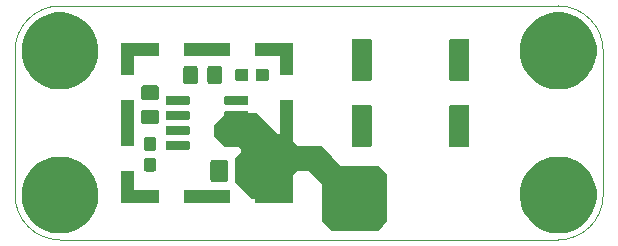
<source format=gts>
G04 #@! TF.GenerationSoftware,KiCad,Pcbnew,5.1.4*
G04 #@! TF.CreationDate,2019-09-17T23:22:18+02:00*
G04 #@! TF.ProjectId,Tunnelling-Amp,54756e6e-656c-46c6-996e-672d416d702e,rev?*
G04 #@! TF.SameCoordinates,Original*
G04 #@! TF.FileFunction,Soldermask,Top*
G04 #@! TF.FilePolarity,Negative*
%FSLAX46Y46*%
G04 Gerber Fmt 4.6, Leading zero omitted, Abs format (unit mm)*
G04 Created by KiCad (PCBNEW 5.1.4) date 2019-09-17 23:22:18*
%MOMM*%
%LPD*%
G04 APERTURE LIST*
%ADD10C,0.400000*%
%ADD11C,0.050000*%
%ADD12C,0.150000*%
G04 APERTURE END LIST*
D10*
G36*
X109606000Y-126258000D02*
G01*
X110241000Y-126258000D01*
X111257000Y-127274000D01*
X113289000Y-127274000D01*
X114940000Y-128925000D01*
X118115000Y-128925000D01*
X118750000Y-129560000D01*
X118750000Y-133370000D01*
X118115000Y-134005000D01*
X114305000Y-134005000D01*
X113670000Y-133370000D01*
X113670000Y-130195000D01*
X112400000Y-128925000D01*
X111257000Y-128925000D01*
X110495000Y-129687000D01*
X110495000Y-131338000D01*
X107574000Y-131338000D01*
X106304000Y-130068000D01*
X106304000Y-128163000D01*
X106812000Y-127655000D01*
X106812000Y-127274000D01*
X106431000Y-126893000D01*
X105288000Y-126893000D01*
X104526000Y-126131000D01*
X104526000Y-125369000D01*
X105415000Y-124480000D01*
X107828000Y-124480000D01*
X109606000Y-126258000D01*
G37*
X109606000Y-126258000D02*
X110241000Y-126258000D01*
X111257000Y-127274000D01*
X113289000Y-127274000D01*
X114940000Y-128925000D01*
X118115000Y-128925000D01*
X118750000Y-129560000D01*
X118750000Y-133370000D01*
X118115000Y-134005000D01*
X114305000Y-134005000D01*
X113670000Y-133370000D01*
X113670000Y-130195000D01*
X112400000Y-128925000D01*
X111257000Y-128925000D01*
X110495000Y-129687000D01*
X110495000Y-131338000D01*
X107574000Y-131338000D01*
X106304000Y-130068000D01*
X106304000Y-128163000D01*
X106812000Y-127655000D01*
X106812000Y-127274000D01*
X106431000Y-126893000D01*
X105288000Y-126893000D01*
X104526000Y-126131000D01*
X104526000Y-125369000D01*
X105415000Y-124480000D01*
X107828000Y-124480000D01*
X109606000Y-126258000D01*
D11*
X137300000Y-131215000D02*
X137300000Y-119115000D01*
X91300000Y-135015000D02*
X133500000Y-135015000D01*
X87500000Y-119015000D02*
X87500000Y-131215000D01*
X133500000Y-115213684D02*
X91300000Y-115215000D01*
X137300000Y-131215000D02*
G75*
G02X133500000Y-135015000I-3800000J0D01*
G01*
X133500000Y-115213684D02*
G75*
G02X137300000Y-119115000I0J-3801316D01*
G01*
X87500000Y-119015000D02*
G75*
G02X91300000Y-115215000I3800000J0D01*
G01*
X91300000Y-135015000D02*
G75*
G02X87500000Y-131215000I0J3800000D01*
G01*
D12*
G36*
X134134239Y-128026467D02*
G01*
X134448282Y-128088934D01*
X135039926Y-128334001D01*
X135329523Y-128527504D01*
X135572391Y-128689783D01*
X136025217Y-129142609D01*
X136062701Y-129198708D01*
X136380999Y-129675074D01*
X136626066Y-130266718D01*
X136626066Y-130266719D01*
X136751000Y-130894803D01*
X136751000Y-131535197D01*
X136688533Y-131849239D01*
X136626066Y-132163282D01*
X136380999Y-132754926D01*
X136025216Y-133287392D01*
X135572392Y-133740216D01*
X135039926Y-134095999D01*
X134448282Y-134341066D01*
X134134239Y-134403533D01*
X133820197Y-134466000D01*
X133179803Y-134466000D01*
X132865761Y-134403533D01*
X132551718Y-134341066D01*
X131960074Y-134095999D01*
X131427608Y-133740216D01*
X130974784Y-133287392D01*
X130619001Y-132754926D01*
X130373934Y-132163282D01*
X130311467Y-131849239D01*
X130249000Y-131535197D01*
X130249000Y-130894803D01*
X130373934Y-130266719D01*
X130373934Y-130266718D01*
X130619001Y-129675074D01*
X130937299Y-129198708D01*
X130974783Y-129142609D01*
X131427609Y-128689783D01*
X131670477Y-128527504D01*
X131960074Y-128334001D01*
X132551718Y-128088934D01*
X132865761Y-128026467D01*
X133179803Y-127964000D01*
X133820197Y-127964000D01*
X134134239Y-128026467D01*
X134134239Y-128026467D01*
G37*
G36*
X91934239Y-128026467D02*
G01*
X92248282Y-128088934D01*
X92839926Y-128334001D01*
X93129523Y-128527504D01*
X93372391Y-128689783D01*
X93825217Y-129142609D01*
X93862701Y-129198708D01*
X94180999Y-129675074D01*
X94426066Y-130266718D01*
X94426066Y-130266719D01*
X94551000Y-130894803D01*
X94551000Y-131535197D01*
X94488533Y-131849239D01*
X94426066Y-132163282D01*
X94180999Y-132754926D01*
X93825216Y-133287392D01*
X93372392Y-133740216D01*
X92839926Y-134095999D01*
X92248282Y-134341066D01*
X91934239Y-134403533D01*
X91620197Y-134466000D01*
X90979803Y-134466000D01*
X90665761Y-134403533D01*
X90351718Y-134341066D01*
X89760074Y-134095999D01*
X89227608Y-133740216D01*
X88774784Y-133287392D01*
X88419001Y-132754926D01*
X88173934Y-132163282D01*
X88111467Y-131849239D01*
X88049000Y-131535197D01*
X88049000Y-130894803D01*
X88173934Y-130266719D01*
X88173934Y-130266718D01*
X88419001Y-129675074D01*
X88737299Y-129198708D01*
X88774783Y-129142609D01*
X89227609Y-128689783D01*
X89470477Y-128527504D01*
X89760074Y-128334001D01*
X90351718Y-128088934D01*
X90665761Y-128026467D01*
X90979803Y-127964000D01*
X91620197Y-127964000D01*
X91934239Y-128026467D01*
X91934239Y-128026467D01*
G37*
G36*
X117511000Y-132766000D02*
G01*
X114909000Y-132766000D01*
X114909000Y-130164000D01*
X117511000Y-130164000D01*
X117511000Y-132766000D01*
X117511000Y-132766000D01*
G37*
G36*
X111037000Y-131916000D02*
G01*
X107805000Y-131916000D01*
X107805000Y-130814000D01*
X109810001Y-130814000D01*
X109834387Y-130811598D01*
X109857836Y-130804485D01*
X109879447Y-130792934D01*
X109898389Y-130777389D01*
X109913934Y-130758447D01*
X109925485Y-130736836D01*
X109932598Y-130713387D01*
X109935000Y-130689001D01*
X109935000Y-129164000D01*
X111037000Y-129164000D01*
X111037000Y-131916000D01*
X111037000Y-131916000D01*
G37*
G36*
X97577000Y-130689001D02*
G01*
X97579402Y-130713387D01*
X97586515Y-130736836D01*
X97598066Y-130758447D01*
X97613611Y-130777389D01*
X97632553Y-130792934D01*
X97654164Y-130804485D01*
X97677613Y-130811598D01*
X97701999Y-130814000D01*
X99707000Y-130814000D01*
X99707000Y-131916000D01*
X96475000Y-131916000D01*
X96475000Y-129164000D01*
X97577000Y-129164000D01*
X97577000Y-130689001D01*
X97577000Y-130689001D01*
G37*
G36*
X105707000Y-131916000D02*
G01*
X101805000Y-131916000D01*
X101805000Y-130814000D01*
X105707000Y-130814000D01*
X105707000Y-131916000D01*
X105707000Y-131916000D01*
G37*
G36*
X108396562Y-128257181D02*
G01*
X108431481Y-128267774D01*
X108463663Y-128284976D01*
X108491873Y-128308127D01*
X108515024Y-128336337D01*
X108532226Y-128368519D01*
X108542819Y-128403438D01*
X108547000Y-128445895D01*
X108547000Y-129912105D01*
X108542819Y-129954562D01*
X108532226Y-129989481D01*
X108515024Y-130021663D01*
X108491873Y-130049873D01*
X108463663Y-130073024D01*
X108431481Y-130090226D01*
X108396562Y-130100819D01*
X108354105Y-130105000D01*
X107212895Y-130105000D01*
X107170438Y-130100819D01*
X107135519Y-130090226D01*
X107103337Y-130073024D01*
X107075127Y-130049873D01*
X107051976Y-130021663D01*
X107034774Y-129989481D01*
X107024181Y-129954562D01*
X107020000Y-129912105D01*
X107020000Y-128445895D01*
X107024181Y-128403438D01*
X107034774Y-128368519D01*
X107051976Y-128336337D01*
X107075127Y-128308127D01*
X107103337Y-128284976D01*
X107135519Y-128267774D01*
X107170438Y-128257181D01*
X107212895Y-128253000D01*
X108354105Y-128253000D01*
X108396562Y-128257181D01*
X108396562Y-128257181D01*
G37*
G36*
X105421562Y-128257181D02*
G01*
X105456481Y-128267774D01*
X105488663Y-128284976D01*
X105516873Y-128308127D01*
X105540024Y-128336337D01*
X105557226Y-128368519D01*
X105567819Y-128403438D01*
X105572000Y-128445895D01*
X105572000Y-129912105D01*
X105567819Y-129954562D01*
X105557226Y-129989481D01*
X105540024Y-130021663D01*
X105516873Y-130049873D01*
X105488663Y-130073024D01*
X105456481Y-130090226D01*
X105421562Y-130100819D01*
X105379105Y-130105000D01*
X104237895Y-130105000D01*
X104195438Y-130100819D01*
X104160519Y-130090226D01*
X104128337Y-130073024D01*
X104100127Y-130049873D01*
X104076976Y-130021663D01*
X104059774Y-129989481D01*
X104049181Y-129954562D01*
X104045000Y-129912105D01*
X104045000Y-128445895D01*
X104049181Y-128403438D01*
X104059774Y-128368519D01*
X104076976Y-128336337D01*
X104100127Y-128308127D01*
X104128337Y-128284976D01*
X104160519Y-128267774D01*
X104195438Y-128257181D01*
X104237895Y-128253000D01*
X105379105Y-128253000D01*
X105421562Y-128257181D01*
X105421562Y-128257181D01*
G37*
G36*
X99294499Y-128085445D02*
G01*
X99331995Y-128096820D01*
X99366554Y-128115292D01*
X99396847Y-128140153D01*
X99421708Y-128170446D01*
X99440180Y-128205005D01*
X99451555Y-128242501D01*
X99456000Y-128287638D01*
X99456000Y-129026362D01*
X99451555Y-129071499D01*
X99440180Y-129108995D01*
X99421708Y-129143554D01*
X99396847Y-129173847D01*
X99366554Y-129198708D01*
X99331995Y-129217180D01*
X99294499Y-129228555D01*
X99249362Y-129233000D01*
X98610638Y-129233000D01*
X98565501Y-129228555D01*
X98528005Y-129217180D01*
X98493446Y-129198708D01*
X98463153Y-129173847D01*
X98438292Y-129143554D01*
X98419820Y-129108995D01*
X98408445Y-129071499D01*
X98404000Y-129026362D01*
X98404000Y-128287638D01*
X98408445Y-128242501D01*
X98419820Y-128205005D01*
X98438292Y-128170446D01*
X98463153Y-128140153D01*
X98493446Y-128115292D01*
X98528005Y-128096820D01*
X98565501Y-128085445D01*
X98610638Y-128081000D01*
X99249362Y-128081000D01*
X99294499Y-128085445D01*
X99294499Y-128085445D01*
G37*
G36*
X99294499Y-126335445D02*
G01*
X99331995Y-126346820D01*
X99366554Y-126365292D01*
X99396847Y-126390153D01*
X99421708Y-126420446D01*
X99440180Y-126455005D01*
X99451555Y-126492501D01*
X99456000Y-126537638D01*
X99456000Y-127276362D01*
X99451555Y-127321499D01*
X99440180Y-127358995D01*
X99421708Y-127393554D01*
X99396847Y-127423847D01*
X99366554Y-127448708D01*
X99331995Y-127467180D01*
X99294499Y-127478555D01*
X99249362Y-127483000D01*
X98610638Y-127483000D01*
X98565501Y-127478555D01*
X98528005Y-127467180D01*
X98493446Y-127448708D01*
X98463153Y-127423847D01*
X98438292Y-127393554D01*
X98419820Y-127358995D01*
X98408445Y-127321499D01*
X98404000Y-127276362D01*
X98404000Y-126537638D01*
X98408445Y-126492501D01*
X98419820Y-126455005D01*
X98438292Y-126420446D01*
X98463153Y-126390153D01*
X98493446Y-126365292D01*
X98528005Y-126346820D01*
X98565501Y-126335445D01*
X98610638Y-126331000D01*
X99249362Y-126331000D01*
X99294499Y-126335445D01*
X99294499Y-126335445D01*
G37*
G36*
X102215928Y-126671764D02*
G01*
X102237009Y-126678160D01*
X102256445Y-126688548D01*
X102273476Y-126702524D01*
X102287452Y-126719555D01*
X102297840Y-126738991D01*
X102304236Y-126760072D01*
X102307000Y-126788140D01*
X102307000Y-127251860D01*
X102304236Y-127279928D01*
X102297840Y-127301009D01*
X102287452Y-127320445D01*
X102273476Y-127337476D01*
X102256445Y-127351452D01*
X102237009Y-127361840D01*
X102215928Y-127368236D01*
X102187860Y-127371000D01*
X100374140Y-127371000D01*
X100346072Y-127368236D01*
X100324991Y-127361840D01*
X100305555Y-127351452D01*
X100288524Y-127337476D01*
X100274548Y-127320445D01*
X100264160Y-127301009D01*
X100257764Y-127279928D01*
X100255000Y-127251860D01*
X100255000Y-126788140D01*
X100257764Y-126760072D01*
X100264160Y-126738991D01*
X100274548Y-126719555D01*
X100288524Y-126702524D01*
X100305555Y-126688548D01*
X100324991Y-126678160D01*
X100346072Y-126671764D01*
X100374140Y-126669000D01*
X102187860Y-126669000D01*
X102215928Y-126671764D01*
X102215928Y-126671764D01*
G37*
G36*
X125805997Y-123578051D02*
G01*
X125839652Y-123588261D01*
X125870665Y-123604838D01*
X125897851Y-123627149D01*
X125920162Y-123654335D01*
X125936739Y-123685348D01*
X125946949Y-123719003D01*
X125951000Y-123760138D01*
X125951000Y-126989862D01*
X125946949Y-127030997D01*
X125936739Y-127064652D01*
X125920162Y-127095665D01*
X125897851Y-127122851D01*
X125870665Y-127145162D01*
X125839652Y-127161739D01*
X125805997Y-127171949D01*
X125764862Y-127176000D01*
X124435138Y-127176000D01*
X124394003Y-127171949D01*
X124360348Y-127161739D01*
X124329335Y-127145162D01*
X124302149Y-127122851D01*
X124279838Y-127095665D01*
X124263261Y-127064652D01*
X124253051Y-127030997D01*
X124249000Y-126989862D01*
X124249000Y-123760138D01*
X124253051Y-123719003D01*
X124263261Y-123685348D01*
X124279838Y-123654335D01*
X124302149Y-123627149D01*
X124329335Y-123604838D01*
X124360348Y-123588261D01*
X124394003Y-123578051D01*
X124435138Y-123574000D01*
X125764862Y-123574000D01*
X125805997Y-123578051D01*
X125805997Y-123578051D01*
G37*
G36*
X117550997Y-123578051D02*
G01*
X117584652Y-123588261D01*
X117615665Y-123604838D01*
X117642851Y-123627149D01*
X117665162Y-123654335D01*
X117681739Y-123685348D01*
X117691949Y-123719003D01*
X117696000Y-123760138D01*
X117696000Y-126989862D01*
X117691949Y-127030997D01*
X117681739Y-127064652D01*
X117665162Y-127095665D01*
X117642851Y-127122851D01*
X117615665Y-127145162D01*
X117584652Y-127161739D01*
X117550997Y-127171949D01*
X117509862Y-127176000D01*
X116180138Y-127176000D01*
X116139003Y-127171949D01*
X116105348Y-127161739D01*
X116074335Y-127145162D01*
X116047149Y-127122851D01*
X116024838Y-127095665D01*
X116008261Y-127064652D01*
X115998051Y-127030997D01*
X115994000Y-126989862D01*
X115994000Y-123760138D01*
X115998051Y-123719003D01*
X116008261Y-123685348D01*
X116024838Y-123654335D01*
X116047149Y-123627149D01*
X116074335Y-123604838D01*
X116105348Y-123588261D01*
X116139003Y-123578051D01*
X116180138Y-123574000D01*
X117509862Y-123574000D01*
X117550997Y-123578051D01*
X117550997Y-123578051D01*
G37*
G36*
X97577000Y-127066000D02*
G01*
X96475000Y-127066000D01*
X96475000Y-123164000D01*
X97577000Y-123164000D01*
X97577000Y-127066000D01*
X97577000Y-127066000D01*
G37*
G36*
X111037000Y-127066000D02*
G01*
X109935000Y-127066000D01*
X109935000Y-123164000D01*
X111037000Y-123164000D01*
X111037000Y-127066000D01*
X111037000Y-127066000D01*
G37*
G36*
X102215928Y-125401764D02*
G01*
X102237009Y-125408160D01*
X102256445Y-125418548D01*
X102273476Y-125432524D01*
X102287452Y-125449555D01*
X102297840Y-125468991D01*
X102304236Y-125490072D01*
X102307000Y-125518140D01*
X102307000Y-125981860D01*
X102304236Y-126009928D01*
X102297840Y-126031009D01*
X102287452Y-126050445D01*
X102273476Y-126067476D01*
X102256445Y-126081452D01*
X102237009Y-126091840D01*
X102215928Y-126098236D01*
X102187860Y-126101000D01*
X100374140Y-126101000D01*
X100346072Y-126098236D01*
X100324991Y-126091840D01*
X100305555Y-126081452D01*
X100288524Y-126067476D01*
X100274548Y-126050445D01*
X100264160Y-126031009D01*
X100257764Y-126009928D01*
X100255000Y-125981860D01*
X100255000Y-125518140D01*
X100257764Y-125490072D01*
X100264160Y-125468991D01*
X100274548Y-125449555D01*
X100288524Y-125432524D01*
X100305555Y-125418548D01*
X100324991Y-125408160D01*
X100346072Y-125401764D01*
X100374140Y-125399000D01*
X102187860Y-125399000D01*
X102215928Y-125401764D01*
X102215928Y-125401764D01*
G37*
G36*
X107165928Y-125401764D02*
G01*
X107187009Y-125408160D01*
X107206445Y-125418548D01*
X107223476Y-125432524D01*
X107237452Y-125449555D01*
X107247840Y-125468991D01*
X107254236Y-125490072D01*
X107257000Y-125518140D01*
X107257000Y-125981860D01*
X107254236Y-126009928D01*
X107247840Y-126031009D01*
X107237452Y-126050445D01*
X107223476Y-126067476D01*
X107206445Y-126081452D01*
X107187009Y-126091840D01*
X107165928Y-126098236D01*
X107137860Y-126101000D01*
X105324140Y-126101000D01*
X105296072Y-126098236D01*
X105274991Y-126091840D01*
X105255555Y-126081452D01*
X105238524Y-126067476D01*
X105224548Y-126050445D01*
X105214160Y-126031009D01*
X105207764Y-126009928D01*
X105205000Y-125981860D01*
X105205000Y-125518140D01*
X105207764Y-125490072D01*
X105214160Y-125468991D01*
X105224548Y-125449555D01*
X105238524Y-125432524D01*
X105255555Y-125418548D01*
X105274991Y-125408160D01*
X105296072Y-125401764D01*
X105324140Y-125399000D01*
X107137860Y-125399000D01*
X107165928Y-125401764D01*
X107165928Y-125401764D01*
G37*
G36*
X99518674Y-123994465D02*
G01*
X99556367Y-124005899D01*
X99591103Y-124024466D01*
X99621548Y-124049452D01*
X99646534Y-124079897D01*
X99665101Y-124114633D01*
X99676535Y-124152326D01*
X99681000Y-124197661D01*
X99681000Y-125034339D01*
X99676535Y-125079674D01*
X99665101Y-125117367D01*
X99646534Y-125152103D01*
X99621548Y-125182548D01*
X99591103Y-125207534D01*
X99556367Y-125226101D01*
X99518674Y-125237535D01*
X99473339Y-125242000D01*
X98386661Y-125242000D01*
X98341326Y-125237535D01*
X98303633Y-125226101D01*
X98268897Y-125207534D01*
X98238452Y-125182548D01*
X98213466Y-125152103D01*
X98194899Y-125117367D01*
X98183465Y-125079674D01*
X98179000Y-125034339D01*
X98179000Y-124197661D01*
X98183465Y-124152326D01*
X98194899Y-124114633D01*
X98213466Y-124079897D01*
X98238452Y-124049452D01*
X98268897Y-124024466D01*
X98303633Y-124005899D01*
X98341326Y-123994465D01*
X98386661Y-123990000D01*
X99473339Y-123990000D01*
X99518674Y-123994465D01*
X99518674Y-123994465D01*
G37*
G36*
X102215928Y-124131764D02*
G01*
X102237009Y-124138160D01*
X102256445Y-124148548D01*
X102273476Y-124162524D01*
X102287452Y-124179555D01*
X102297840Y-124198991D01*
X102304236Y-124220072D01*
X102307000Y-124248140D01*
X102307000Y-124711860D01*
X102304236Y-124739928D01*
X102297840Y-124761009D01*
X102287452Y-124780445D01*
X102273476Y-124797476D01*
X102256445Y-124811452D01*
X102237009Y-124821840D01*
X102215928Y-124828236D01*
X102187860Y-124831000D01*
X100374140Y-124831000D01*
X100346072Y-124828236D01*
X100324991Y-124821840D01*
X100305555Y-124811452D01*
X100288524Y-124797476D01*
X100274548Y-124780445D01*
X100264160Y-124761009D01*
X100257764Y-124739928D01*
X100255000Y-124711860D01*
X100255000Y-124248140D01*
X100257764Y-124220072D01*
X100264160Y-124198991D01*
X100274548Y-124179555D01*
X100288524Y-124162524D01*
X100305555Y-124148548D01*
X100324991Y-124138160D01*
X100346072Y-124131764D01*
X100374140Y-124129000D01*
X102187860Y-124129000D01*
X102215928Y-124131764D01*
X102215928Y-124131764D01*
G37*
G36*
X107165928Y-124131764D02*
G01*
X107187009Y-124138160D01*
X107206445Y-124148548D01*
X107223476Y-124162524D01*
X107237452Y-124179555D01*
X107247840Y-124198991D01*
X107254236Y-124220072D01*
X107257000Y-124248140D01*
X107257000Y-124711860D01*
X107254236Y-124739928D01*
X107247840Y-124761009D01*
X107237452Y-124780445D01*
X107223476Y-124797476D01*
X107206445Y-124811452D01*
X107187009Y-124821840D01*
X107165928Y-124828236D01*
X107137860Y-124831000D01*
X105324140Y-124831000D01*
X105296072Y-124828236D01*
X105274991Y-124821840D01*
X105255555Y-124811452D01*
X105238524Y-124797476D01*
X105224548Y-124780445D01*
X105214160Y-124761009D01*
X105207764Y-124739928D01*
X105205000Y-124711860D01*
X105205000Y-124248140D01*
X105207764Y-124220072D01*
X105214160Y-124198991D01*
X105224548Y-124179555D01*
X105238524Y-124162524D01*
X105255555Y-124148548D01*
X105274991Y-124138160D01*
X105296072Y-124131764D01*
X105324140Y-124129000D01*
X107137860Y-124129000D01*
X107165928Y-124131764D01*
X107165928Y-124131764D01*
G37*
G36*
X107165928Y-122861764D02*
G01*
X107187009Y-122868160D01*
X107206445Y-122878548D01*
X107223476Y-122892524D01*
X107237452Y-122909555D01*
X107247840Y-122928991D01*
X107254236Y-122950072D01*
X107257000Y-122978140D01*
X107257000Y-123441860D01*
X107254236Y-123469928D01*
X107247840Y-123491009D01*
X107237452Y-123510445D01*
X107223476Y-123527476D01*
X107206445Y-123541452D01*
X107187009Y-123551840D01*
X107165928Y-123558236D01*
X107137860Y-123561000D01*
X105324140Y-123561000D01*
X105296072Y-123558236D01*
X105274991Y-123551840D01*
X105255555Y-123541452D01*
X105238524Y-123527476D01*
X105224548Y-123510445D01*
X105214160Y-123491009D01*
X105207764Y-123469928D01*
X105205000Y-123441860D01*
X105205000Y-122978140D01*
X105207764Y-122950072D01*
X105214160Y-122928991D01*
X105224548Y-122909555D01*
X105238524Y-122892524D01*
X105255555Y-122878548D01*
X105274991Y-122868160D01*
X105296072Y-122861764D01*
X105324140Y-122859000D01*
X107137860Y-122859000D01*
X107165928Y-122861764D01*
X107165928Y-122861764D01*
G37*
G36*
X102215928Y-122861764D02*
G01*
X102237009Y-122868160D01*
X102256445Y-122878548D01*
X102273476Y-122892524D01*
X102287452Y-122909555D01*
X102297840Y-122928991D01*
X102304236Y-122950072D01*
X102307000Y-122978140D01*
X102307000Y-123441860D01*
X102304236Y-123469928D01*
X102297840Y-123491009D01*
X102287452Y-123510445D01*
X102273476Y-123527476D01*
X102256445Y-123541452D01*
X102237009Y-123551840D01*
X102215928Y-123558236D01*
X102187860Y-123561000D01*
X100374140Y-123561000D01*
X100346072Y-123558236D01*
X100324991Y-123551840D01*
X100305555Y-123541452D01*
X100288524Y-123527476D01*
X100274548Y-123510445D01*
X100264160Y-123491009D01*
X100257764Y-123469928D01*
X100255000Y-123441860D01*
X100255000Y-122978140D01*
X100257764Y-122950072D01*
X100264160Y-122928991D01*
X100274548Y-122909555D01*
X100288524Y-122892524D01*
X100305555Y-122878548D01*
X100324991Y-122868160D01*
X100346072Y-122861764D01*
X100374140Y-122859000D01*
X102187860Y-122859000D01*
X102215928Y-122861764D01*
X102215928Y-122861764D01*
G37*
G36*
X99518674Y-121944465D02*
G01*
X99556367Y-121955899D01*
X99591103Y-121974466D01*
X99621548Y-121999452D01*
X99646534Y-122029897D01*
X99665101Y-122064633D01*
X99676535Y-122102326D01*
X99681000Y-122147661D01*
X99681000Y-122984339D01*
X99676535Y-123029674D01*
X99665101Y-123067367D01*
X99646534Y-123102103D01*
X99621548Y-123132548D01*
X99591103Y-123157534D01*
X99556367Y-123176101D01*
X99518674Y-123187535D01*
X99473339Y-123192000D01*
X98386661Y-123192000D01*
X98341326Y-123187535D01*
X98303633Y-123176101D01*
X98268897Y-123157534D01*
X98238452Y-123132548D01*
X98213466Y-123102103D01*
X98194899Y-123067367D01*
X98183465Y-123029674D01*
X98179000Y-122984339D01*
X98179000Y-122147661D01*
X98183465Y-122102326D01*
X98194899Y-122064633D01*
X98213466Y-122029897D01*
X98238452Y-121999452D01*
X98268897Y-121974466D01*
X98303633Y-121955899D01*
X98341326Y-121944465D01*
X98386661Y-121940000D01*
X99473339Y-121940000D01*
X99518674Y-121944465D01*
X99518674Y-121944465D01*
G37*
G36*
X134134239Y-115826467D02*
G01*
X134448282Y-115888934D01*
X135039926Y-116134001D01*
X135572392Y-116489784D01*
X136025216Y-116942608D01*
X136380999Y-117475074D01*
X136626066Y-118066718D01*
X136626066Y-118066719D01*
X136751000Y-118694803D01*
X136751000Y-119335197D01*
X136723877Y-119471553D01*
X136626066Y-119963282D01*
X136380999Y-120554926D01*
X136133265Y-120925685D01*
X136025217Y-121087391D01*
X135572391Y-121540217D01*
X135518838Y-121576000D01*
X135039926Y-121895999D01*
X134448282Y-122141066D01*
X134134239Y-122203533D01*
X133820197Y-122266000D01*
X133179803Y-122266000D01*
X132865761Y-122203533D01*
X132551718Y-122141066D01*
X131960074Y-121895999D01*
X131481162Y-121576000D01*
X131427609Y-121540217D01*
X130974783Y-121087391D01*
X130866735Y-120925685D01*
X130619001Y-120554926D01*
X130373934Y-119963282D01*
X130276123Y-119471553D01*
X130249000Y-119335197D01*
X130249000Y-118694803D01*
X130373934Y-118066719D01*
X130373934Y-118066718D01*
X130619001Y-117475074D01*
X130974784Y-116942608D01*
X131427608Y-116489784D01*
X131960074Y-116134001D01*
X132551718Y-115888934D01*
X132865761Y-115826467D01*
X133179803Y-115764000D01*
X133820197Y-115764000D01*
X134134239Y-115826467D01*
X134134239Y-115826467D01*
G37*
G36*
X91934239Y-115826467D02*
G01*
X92248282Y-115888934D01*
X92839926Y-116134001D01*
X93372392Y-116489784D01*
X93825216Y-116942608D01*
X94180999Y-117475074D01*
X94426066Y-118066718D01*
X94426066Y-118066719D01*
X94551000Y-118694803D01*
X94551000Y-119335197D01*
X94523877Y-119471553D01*
X94426066Y-119963282D01*
X94180999Y-120554926D01*
X93933265Y-120925685D01*
X93825217Y-121087391D01*
X93372391Y-121540217D01*
X93318838Y-121576000D01*
X92839926Y-121895999D01*
X92248282Y-122141066D01*
X91934239Y-122203533D01*
X91620197Y-122266000D01*
X90979803Y-122266000D01*
X90665761Y-122203533D01*
X90351718Y-122141066D01*
X89760074Y-121895999D01*
X89281162Y-121576000D01*
X89227609Y-121540217D01*
X88774783Y-121087391D01*
X88666735Y-120925685D01*
X88419001Y-120554926D01*
X88173934Y-119963282D01*
X88076123Y-119471553D01*
X88049000Y-119335197D01*
X88049000Y-118694803D01*
X88173934Y-118066719D01*
X88173934Y-118066718D01*
X88419001Y-117475074D01*
X88774784Y-116942608D01*
X89227608Y-116489784D01*
X89760074Y-116134001D01*
X90351718Y-115888934D01*
X90665761Y-115826467D01*
X90979803Y-115764000D01*
X91620197Y-115764000D01*
X91934239Y-115826467D01*
X91934239Y-115826467D01*
G37*
G36*
X102821674Y-120304465D02*
G01*
X102859367Y-120315899D01*
X102894103Y-120334466D01*
X102924548Y-120359452D01*
X102949534Y-120389897D01*
X102968101Y-120424633D01*
X102979535Y-120462326D01*
X102984000Y-120507661D01*
X102984000Y-121594339D01*
X102979535Y-121639674D01*
X102968101Y-121677367D01*
X102949534Y-121712103D01*
X102924548Y-121742548D01*
X102894103Y-121767534D01*
X102859367Y-121786101D01*
X102821674Y-121797535D01*
X102776339Y-121802000D01*
X101939661Y-121802000D01*
X101894326Y-121797535D01*
X101856633Y-121786101D01*
X101821897Y-121767534D01*
X101791452Y-121742548D01*
X101766466Y-121712103D01*
X101747899Y-121677367D01*
X101736465Y-121639674D01*
X101732000Y-121594339D01*
X101732000Y-120507661D01*
X101736465Y-120462326D01*
X101747899Y-120424633D01*
X101766466Y-120389897D01*
X101791452Y-120359452D01*
X101821897Y-120334466D01*
X101856633Y-120315899D01*
X101894326Y-120304465D01*
X101939661Y-120300000D01*
X102776339Y-120300000D01*
X102821674Y-120304465D01*
X102821674Y-120304465D01*
G37*
G36*
X104871674Y-120304465D02*
G01*
X104909367Y-120315899D01*
X104944103Y-120334466D01*
X104974548Y-120359452D01*
X104999534Y-120389897D01*
X105018101Y-120424633D01*
X105029535Y-120462326D01*
X105034000Y-120507661D01*
X105034000Y-121594339D01*
X105029535Y-121639674D01*
X105018101Y-121677367D01*
X104999534Y-121712103D01*
X104974548Y-121742548D01*
X104944103Y-121767534D01*
X104909367Y-121786101D01*
X104871674Y-121797535D01*
X104826339Y-121802000D01*
X103989661Y-121802000D01*
X103944326Y-121797535D01*
X103906633Y-121786101D01*
X103871897Y-121767534D01*
X103841452Y-121742548D01*
X103816466Y-121712103D01*
X103797899Y-121677367D01*
X103786465Y-121639674D01*
X103782000Y-121594339D01*
X103782000Y-120507661D01*
X103786465Y-120462326D01*
X103797899Y-120424633D01*
X103816466Y-120389897D01*
X103841452Y-120359452D01*
X103871897Y-120334466D01*
X103906633Y-120315899D01*
X103944326Y-120304465D01*
X103989661Y-120300000D01*
X104826339Y-120300000D01*
X104871674Y-120304465D01*
X104871674Y-120304465D01*
G37*
G36*
X107105499Y-120529445D02*
G01*
X107142995Y-120540820D01*
X107177554Y-120559292D01*
X107207847Y-120584153D01*
X107232708Y-120614446D01*
X107251180Y-120649005D01*
X107262555Y-120686501D01*
X107267000Y-120731638D01*
X107267000Y-121370362D01*
X107262555Y-121415499D01*
X107251180Y-121452995D01*
X107232708Y-121487554D01*
X107207847Y-121517847D01*
X107177554Y-121542708D01*
X107142995Y-121561180D01*
X107105499Y-121572555D01*
X107060362Y-121577000D01*
X106321638Y-121577000D01*
X106276501Y-121572555D01*
X106239005Y-121561180D01*
X106204446Y-121542708D01*
X106174153Y-121517847D01*
X106149292Y-121487554D01*
X106130820Y-121452995D01*
X106119445Y-121415499D01*
X106115000Y-121370362D01*
X106115000Y-120731638D01*
X106119445Y-120686501D01*
X106130820Y-120649005D01*
X106149292Y-120614446D01*
X106174153Y-120584153D01*
X106204446Y-120559292D01*
X106239005Y-120540820D01*
X106276501Y-120529445D01*
X106321638Y-120525000D01*
X107060362Y-120525000D01*
X107105499Y-120529445D01*
X107105499Y-120529445D01*
G37*
G36*
X108855499Y-120529445D02*
G01*
X108892995Y-120540820D01*
X108927554Y-120559292D01*
X108957847Y-120584153D01*
X108982708Y-120614446D01*
X109001180Y-120649005D01*
X109012555Y-120686501D01*
X109017000Y-120731638D01*
X109017000Y-121370362D01*
X109012555Y-121415499D01*
X109001180Y-121452995D01*
X108982708Y-121487554D01*
X108957847Y-121517847D01*
X108927554Y-121542708D01*
X108892995Y-121561180D01*
X108855499Y-121572555D01*
X108810362Y-121577000D01*
X108071638Y-121577000D01*
X108026501Y-121572555D01*
X107989005Y-121561180D01*
X107954446Y-121542708D01*
X107924153Y-121517847D01*
X107899292Y-121487554D01*
X107880820Y-121452995D01*
X107869445Y-121415499D01*
X107865000Y-121370362D01*
X107865000Y-120731638D01*
X107869445Y-120686501D01*
X107880820Y-120649005D01*
X107899292Y-120614446D01*
X107924153Y-120584153D01*
X107954446Y-120559292D01*
X107989005Y-120540820D01*
X108026501Y-120529445D01*
X108071638Y-120525000D01*
X108810362Y-120525000D01*
X108855499Y-120529445D01*
X108855499Y-120529445D01*
G37*
G36*
X125805997Y-117978051D02*
G01*
X125839652Y-117988261D01*
X125870665Y-118004838D01*
X125897851Y-118027149D01*
X125920162Y-118054335D01*
X125936739Y-118085348D01*
X125946949Y-118119003D01*
X125951000Y-118160138D01*
X125951000Y-121389862D01*
X125946949Y-121430997D01*
X125936739Y-121464652D01*
X125920162Y-121495665D01*
X125897851Y-121522851D01*
X125870665Y-121545162D01*
X125839652Y-121561739D01*
X125805997Y-121571949D01*
X125764862Y-121576000D01*
X124435138Y-121576000D01*
X124394003Y-121571949D01*
X124360348Y-121561739D01*
X124329335Y-121545162D01*
X124302149Y-121522851D01*
X124279838Y-121495665D01*
X124263261Y-121464652D01*
X124253051Y-121430997D01*
X124249000Y-121389862D01*
X124249000Y-118160138D01*
X124253051Y-118119003D01*
X124263261Y-118085348D01*
X124279838Y-118054335D01*
X124302149Y-118027149D01*
X124329335Y-118004838D01*
X124360348Y-117988261D01*
X124394003Y-117978051D01*
X124435138Y-117974000D01*
X125764862Y-117974000D01*
X125805997Y-117978051D01*
X125805997Y-117978051D01*
G37*
G36*
X117550997Y-117978051D02*
G01*
X117584652Y-117988261D01*
X117615665Y-118004838D01*
X117642851Y-118027149D01*
X117665162Y-118054335D01*
X117681739Y-118085348D01*
X117691949Y-118119003D01*
X117696000Y-118160138D01*
X117696000Y-121389862D01*
X117691949Y-121430997D01*
X117681739Y-121464652D01*
X117665162Y-121495665D01*
X117642851Y-121522851D01*
X117615665Y-121545162D01*
X117584652Y-121561739D01*
X117550997Y-121571949D01*
X117509862Y-121576000D01*
X116180138Y-121576000D01*
X116139003Y-121571949D01*
X116105348Y-121561739D01*
X116074335Y-121545162D01*
X116047149Y-121522851D01*
X116024838Y-121495665D01*
X116008261Y-121464652D01*
X115998051Y-121430997D01*
X115994000Y-121389862D01*
X115994000Y-118160138D01*
X115998051Y-118119003D01*
X116008261Y-118085348D01*
X116024838Y-118054335D01*
X116047149Y-118027149D01*
X116074335Y-118004838D01*
X116105348Y-117988261D01*
X116139003Y-117978051D01*
X116180138Y-117974000D01*
X117509862Y-117974000D01*
X117550997Y-117978051D01*
X117550997Y-117978051D01*
G37*
G36*
X99707000Y-119416000D02*
G01*
X97701999Y-119416000D01*
X97677613Y-119418402D01*
X97654164Y-119425515D01*
X97632553Y-119437066D01*
X97613611Y-119452611D01*
X97598066Y-119471553D01*
X97586515Y-119493164D01*
X97579402Y-119516613D01*
X97577000Y-119540999D01*
X97577000Y-121066000D01*
X96475000Y-121066000D01*
X96475000Y-118314000D01*
X99707000Y-118314000D01*
X99707000Y-119416000D01*
X99707000Y-119416000D01*
G37*
G36*
X111037000Y-121066000D02*
G01*
X109935000Y-121066000D01*
X109935000Y-119540999D01*
X109932598Y-119516613D01*
X109925485Y-119493164D01*
X109913934Y-119471553D01*
X109898389Y-119452611D01*
X109879447Y-119437066D01*
X109857836Y-119425515D01*
X109834387Y-119418402D01*
X109810001Y-119416000D01*
X107805000Y-119416000D01*
X107805000Y-118314000D01*
X111037000Y-118314000D01*
X111037000Y-121066000D01*
X111037000Y-121066000D01*
G37*
G36*
X105707000Y-119416000D02*
G01*
X101805000Y-119416000D01*
X101805000Y-118314000D01*
X105707000Y-118314000D01*
X105707000Y-119416000D01*
X105707000Y-119416000D01*
G37*
M02*

</source>
